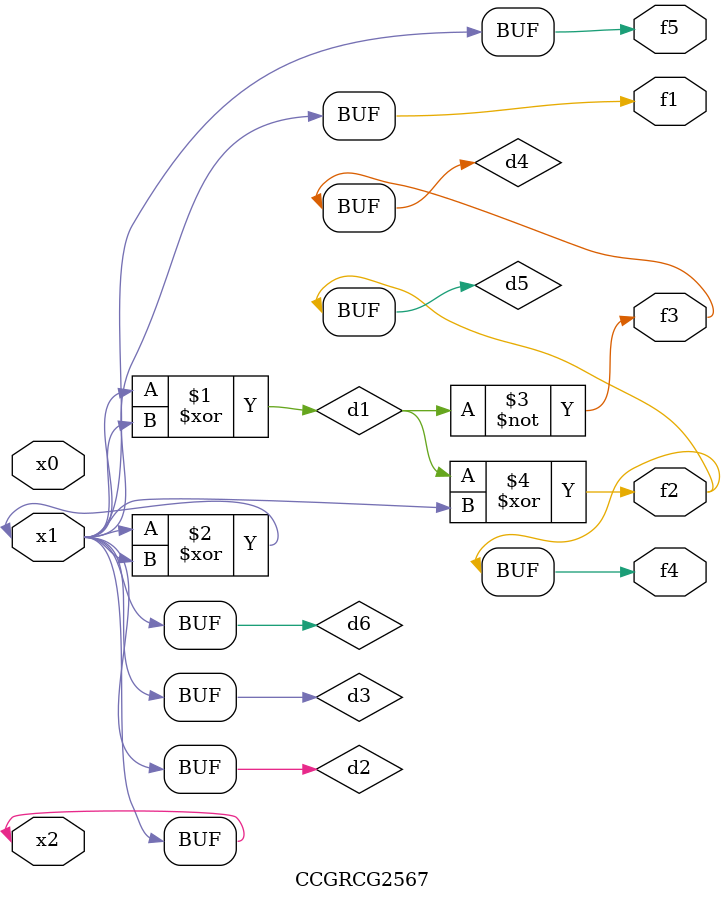
<source format=v>
module CCGRCG2567(
	input x0, x1, x2,
	output f1, f2, f3, f4, f5
);

	wire d1, d2, d3, d4, d5, d6;

	xor (d1, x1, x2);
	buf (d2, x1, x2);
	xor (d3, x1, x2);
	nor (d4, d1);
	xor (d5, d1, d2);
	buf (d6, d2, d3);
	assign f1 = d6;
	assign f2 = d5;
	assign f3 = d4;
	assign f4 = d5;
	assign f5 = d6;
endmodule

</source>
